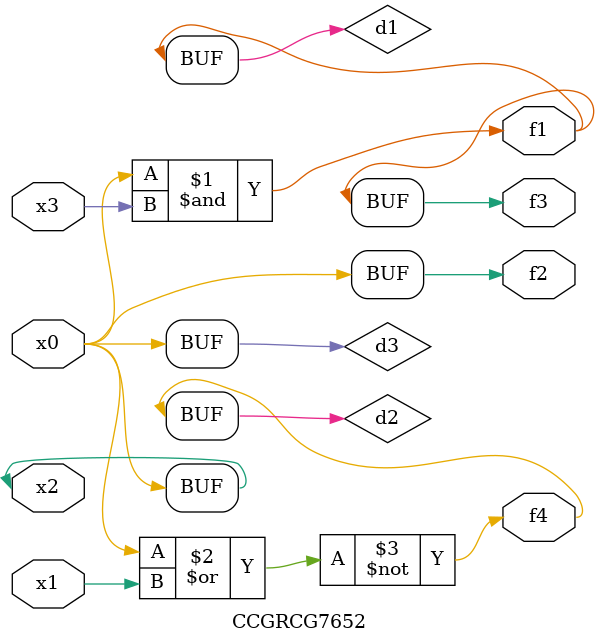
<source format=v>
module CCGRCG7652(
	input x0, x1, x2, x3,
	output f1, f2, f3, f4
);

	wire d1, d2, d3;

	and (d1, x2, x3);
	nor (d2, x0, x1);
	buf (d3, x0, x2);
	assign f1 = d1;
	assign f2 = d3;
	assign f3 = d1;
	assign f4 = d2;
endmodule

</source>
